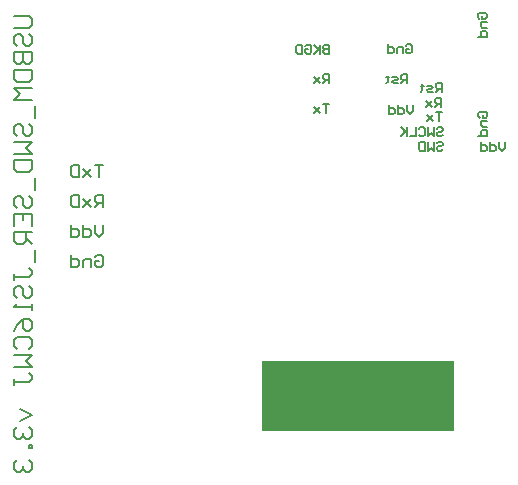
<source format=gbo>
G04 Layer_Color=32896*
%FSLAX23Y23*%
%MOIN*%
G70*
G01*
G75*
%ADD38C,0.008*%
%ADD64R,0.640X0.238*%
D38*
X368Y935D02*
Y908D01*
X355Y895D01*
X341Y908D01*
Y935D01*
X301D02*
Y895D01*
X321D01*
X328Y901D01*
Y915D01*
X321Y921D01*
X301D01*
X261Y935D02*
Y895D01*
X281D01*
X288Y901D01*
Y915D01*
X281Y921D01*
X261D01*
X341Y828D02*
X348Y835D01*
X361D01*
X368Y828D01*
Y801D01*
X361Y795D01*
X348D01*
X341Y801D01*
Y815D01*
X355D01*
X328Y795D02*
Y821D01*
X308D01*
X301Y815D01*
Y795D01*
X261Y835D02*
Y795D01*
X281D01*
X288Y801D01*
Y815D01*
X281Y821D01*
X261D01*
X368Y1135D02*
X341D01*
X355D01*
Y1095D01*
X328Y1121D02*
X301Y1095D01*
X315Y1108D01*
X301Y1121D01*
X328Y1095D01*
X288Y1135D02*
Y1095D01*
X268D01*
X261Y1101D01*
Y1128D01*
X268Y1135D01*
X288D01*
X368Y995D02*
Y1035D01*
X348D01*
X341Y1028D01*
Y1015D01*
X348Y1008D01*
X368D01*
X355D02*
X341Y995D01*
X328Y1021D02*
X301Y995D01*
X315Y1008D01*
X301Y1021D01*
X328Y995D01*
X288Y1035D02*
Y995D01*
X268D01*
X261Y1001D01*
Y1028D01*
X268Y1035D01*
X288D01*
X1624Y1292D02*
X1619Y1297D01*
Y1307D01*
X1624Y1312D01*
X1644D01*
X1649Y1307D01*
Y1297D01*
X1644Y1292D01*
X1634D01*
Y1302D01*
X1649Y1282D02*
X1629D01*
Y1267D01*
X1634Y1262D01*
X1649D01*
X1619Y1232D02*
X1649D01*
Y1247D01*
X1644Y1252D01*
X1634D01*
X1629Y1247D01*
Y1232D01*
X1623Y1622D02*
X1618Y1627D01*
Y1637D01*
X1623Y1642D01*
X1643D01*
X1648Y1637D01*
Y1627D01*
X1643Y1622D01*
X1633D01*
Y1632D01*
X1648Y1612D02*
X1628D01*
Y1597D01*
X1633Y1592D01*
X1648D01*
X1618Y1562D02*
X1648D01*
Y1577D01*
X1643Y1582D01*
X1633D01*
X1628Y1577D01*
Y1562D01*
X1497Y1378D02*
Y1408D01*
X1482D01*
X1477Y1403D01*
Y1393D01*
X1482Y1388D01*
X1497D01*
X1487D02*
X1477Y1378D01*
X1467D02*
X1452D01*
X1447Y1383D01*
X1452Y1388D01*
X1462D01*
X1467Y1393D01*
X1462Y1398D01*
X1447D01*
X1432Y1403D02*
Y1398D01*
X1437D01*
X1427D01*
X1432D01*
Y1383D01*
X1427Y1378D01*
X1496Y1329D02*
Y1359D01*
X1481D01*
X1476Y1354D01*
Y1344D01*
X1481Y1339D01*
X1496D01*
X1486D02*
X1476Y1329D01*
X1466Y1349D02*
X1446Y1329D01*
X1456Y1339D01*
X1446Y1349D01*
X1466Y1329D01*
X1498Y1310D02*
X1478D01*
X1488D01*
Y1280D01*
X1468Y1300D02*
X1448Y1280D01*
X1458Y1290D01*
X1448Y1300D01*
X1468Y1280D01*
X1481Y1255D02*
X1486Y1260D01*
X1496D01*
X1501Y1255D01*
Y1250D01*
X1496Y1245D01*
X1486D01*
X1481Y1240D01*
Y1235D01*
X1486Y1230D01*
X1496D01*
X1501Y1235D01*
X1471Y1260D02*
Y1230D01*
X1461Y1240D01*
X1451Y1230D01*
Y1260D01*
X1421Y1255D02*
X1426Y1260D01*
X1436D01*
X1441Y1255D01*
Y1235D01*
X1436Y1230D01*
X1426D01*
X1421Y1235D01*
X1411Y1260D02*
Y1230D01*
X1391D01*
X1381Y1260D02*
Y1230D01*
Y1240D01*
X1361Y1260D01*
X1376Y1245D01*
X1361Y1230D01*
X1481Y1207D02*
X1486Y1212D01*
X1496D01*
X1501Y1207D01*
Y1202D01*
X1496Y1197D01*
X1486D01*
X1481Y1192D01*
Y1187D01*
X1486Y1182D01*
X1496D01*
X1501Y1187D01*
X1471Y1212D02*
Y1182D01*
X1461Y1192D01*
X1451Y1182D01*
Y1212D01*
X1441D02*
Y1182D01*
X1426D01*
X1421Y1187D01*
Y1207D01*
X1426Y1212D01*
X1441D01*
X1707Y1210D02*
Y1190D01*
X1697Y1180D01*
X1687Y1190D01*
Y1210D01*
X1657D02*
Y1180D01*
X1672D01*
X1677Y1185D01*
Y1195D01*
X1672Y1200D01*
X1657D01*
X1627Y1210D02*
Y1180D01*
X1642D01*
X1647Y1185D01*
Y1195D01*
X1642Y1200D01*
X1627D01*
X1400Y1333D02*
Y1313D01*
X1390Y1303D01*
X1380Y1313D01*
Y1333D01*
X1350D02*
Y1303D01*
X1365D01*
X1370Y1308D01*
Y1318D01*
X1365Y1323D01*
X1350D01*
X1320Y1333D02*
Y1303D01*
X1335D01*
X1340Y1308D01*
Y1318D01*
X1335Y1323D01*
X1320D01*
X1383Y1406D02*
Y1436D01*
X1368D01*
X1363Y1431D01*
Y1421D01*
X1368Y1416D01*
X1383D01*
X1373D02*
X1363Y1406D01*
X1353D02*
X1338D01*
X1333Y1411D01*
X1338Y1416D01*
X1348D01*
X1353Y1421D01*
X1348Y1426D01*
X1333D01*
X1318Y1431D02*
Y1426D01*
X1323D01*
X1313D01*
X1318D01*
Y1411D01*
X1313Y1406D01*
X1377Y1532D02*
X1382Y1537D01*
X1392D01*
X1397Y1532D01*
Y1512D01*
X1392Y1507D01*
X1382D01*
X1377Y1512D01*
Y1522D01*
X1387D01*
X1367Y1507D02*
Y1527D01*
X1352D01*
X1347Y1522D01*
Y1507D01*
X1317Y1537D02*
Y1507D01*
X1332D01*
X1337Y1512D01*
Y1522D01*
X1332Y1527D01*
X1317D01*
X1123Y1337D02*
X1103D01*
X1113D01*
Y1307D01*
X1093Y1327D02*
X1073Y1307D01*
X1083Y1317D01*
X1073Y1327D01*
X1093Y1307D01*
X1123Y1408D02*
Y1438D01*
X1108D01*
X1103Y1433D01*
Y1423D01*
X1108Y1418D01*
X1123D01*
X1113D02*
X1103Y1408D01*
X1093Y1428D02*
X1073Y1408D01*
X1083Y1418D01*
X1073Y1428D01*
X1093Y1408D01*
X1123Y1535D02*
Y1505D01*
X1108D01*
X1103Y1510D01*
Y1515D01*
X1108Y1520D01*
X1123D01*
X1108D01*
X1103Y1525D01*
Y1530D01*
X1108Y1535D01*
X1123D01*
X1093D02*
Y1505D01*
Y1515D01*
X1073Y1535D01*
X1088Y1520D01*
X1073Y1505D01*
X1043Y1530D02*
X1048Y1535D01*
X1058D01*
X1063Y1530D01*
Y1510D01*
X1058Y1505D01*
X1048D01*
X1043Y1510D01*
Y1520D01*
X1053D01*
X1033Y1535D02*
Y1505D01*
X1018D01*
X1013Y1510D01*
Y1530D01*
X1018Y1535D01*
X1033D01*
X70Y1630D02*
X120D01*
X130Y1620D01*
Y1600D01*
X120Y1590D01*
X70D01*
X80Y1530D02*
X70Y1540D01*
Y1560D01*
X80Y1570D01*
X90D01*
X100Y1560D01*
Y1540D01*
X110Y1530D01*
X120D01*
X130Y1540D01*
Y1560D01*
X120Y1570D01*
X70Y1510D02*
X130D01*
Y1480D01*
X120Y1470D01*
X110D01*
X100Y1480D01*
Y1510D01*
Y1480D01*
X90Y1470D01*
X80D01*
X70Y1480D01*
Y1510D01*
Y1450D02*
X130D01*
Y1420D01*
X120Y1410D01*
X80D01*
X70Y1420D01*
Y1450D01*
X130Y1390D02*
X70D01*
X90Y1370D01*
X70Y1350D01*
X130D01*
X140Y1330D02*
Y1290D01*
X80Y1230D02*
X70Y1240D01*
Y1260D01*
X80Y1270D01*
X90D01*
X100Y1260D01*
Y1240D01*
X110Y1230D01*
X120D01*
X130Y1240D01*
Y1260D01*
X120Y1270D01*
X70Y1210D02*
X130D01*
X110Y1190D01*
X130Y1170D01*
X70D01*
Y1150D02*
X130D01*
Y1120D01*
X120Y1110D01*
X80D01*
X70Y1120D01*
Y1150D01*
X140Y1090D02*
Y1050D01*
X80Y990D02*
X70Y1000D01*
Y1020D01*
X80Y1030D01*
X90D01*
X100Y1020D01*
Y1000D01*
X110Y990D01*
X120D01*
X130Y1000D01*
Y1020D01*
X120Y1030D01*
X70Y930D02*
Y970D01*
X130D01*
Y930D01*
X100Y970D02*
Y950D01*
X130Y910D02*
X70D01*
Y880D01*
X80Y870D01*
X100D01*
X110Y880D01*
Y910D01*
Y890D02*
X130Y870D01*
X140Y850D02*
Y810D01*
X70Y750D02*
Y770D01*
Y760D01*
X120D01*
X130Y770D01*
Y780D01*
X120Y790D01*
X80Y690D02*
X70Y700D01*
Y720D01*
X80Y730D01*
X90D01*
X100Y720D01*
Y700D01*
X110Y690D01*
X120D01*
X130Y700D01*
Y720D01*
X120Y730D01*
X130Y670D02*
Y650D01*
Y660D01*
X70D01*
X80Y670D01*
X70Y580D02*
X80Y600D01*
X100Y620D01*
X120D01*
X130Y610D01*
Y590D01*
X120Y580D01*
X110D01*
X100Y590D01*
Y620D01*
X80Y520D02*
X70Y530D01*
Y550D01*
X80Y560D01*
X120D01*
X130Y550D01*
Y530D01*
X120Y520D01*
X70Y500D02*
X130D01*
X110Y480D01*
X130Y460D01*
X70D01*
Y400D02*
Y420D01*
Y410D01*
X120D01*
X130Y420D01*
Y430D01*
X120Y440D01*
X90Y320D02*
X130Y300D01*
X90Y280D01*
X80Y260D02*
X70Y250D01*
Y230D01*
X80Y220D01*
X90D01*
X100Y230D01*
Y240D01*
Y230D01*
X110Y220D01*
X120D01*
X130Y230D01*
Y250D01*
X120Y260D01*
X130Y200D02*
X120D01*
Y190D01*
X130D01*
Y200D01*
X80Y150D02*
X70Y140D01*
Y120D01*
X80Y110D01*
X90D01*
X100Y120D01*
Y130D01*
Y120D01*
X110Y110D01*
X120D01*
X130Y120D01*
Y140D01*
X120Y150D01*
D64*
X1217Y364D02*
D03*
M02*

</source>
